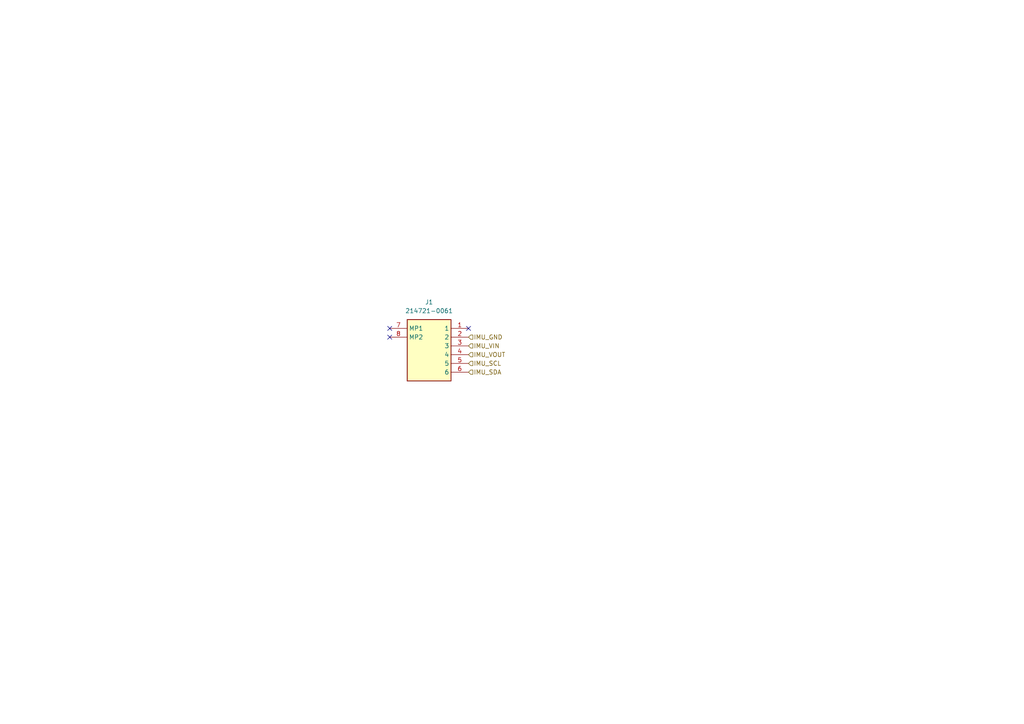
<source format=kicad_sch>
(kicad_sch (version 20231120) (generator "eeschema") (generator_version "8.0")
  (paper "A4")
  (lib_symbols
    (symbol "6_pos_connector:214721-0061"
      (property "Reference" "J" (at 19.05 7.62 0))
      (property "Value" "214721-0061" (at 19.05 5.08 0))
      (symbol "214721-0061_1_1"
        (rectangle (start 5.08 2.54) (end 17.78 -15.24) (stroke (width 0.254)) (fill (type background)))
        (pin passive line (at 22.86 0 180) (length 5.08) (name "1") (number "1"))
        (pin passive line (at 22.86 -2.54 180) (length 5.08) (name "2") (number "2"))
        (pin passive line (at 22.86 -5.08 180) (length 5.08) (name "3") (number "3"))
        (pin passive line (at 22.86 -7.62 180) (length 5.08) (name "4") (number "4"))
        (pin passive line (at 22.86 -10.16 180) (length 5.08) (name "5") (number "5"))
        (pin passive line (at 22.86 -12.7 180) (length 5.08) (name "6") (number "6"))
        (pin passive line (at 0 0 0) (length 5.08) (name "MP1") (number "7"))
        (pin passive line (at 0 -2.54 0) (length 5.08) (name "MP2") (number "8"))
      )
    )
  )
  (no_connect (at 113.03 97.79))
  (no_connect (at 113.03 95.25))
  (no_connect (at 135.89 95.25))
  (hierarchical_label "IMU_SDA" (shape input) (at 135.89 107.95 0))
  (hierarchical_label "IMU_SCL" (shape input) (at 135.89 105.41 0))
  (hierarchical_label "IMU_VOUT" (shape input) (at 135.89 102.87 0))
  (hierarchical_label "IMU_VIN" (shape input) (at 135.89 100.33 0))
  (hierarchical_label "IMU_GND" (shape input) (at 135.89 97.79 0))
  (symbol (lib_id "6_pos_connector:214721-0061") (at 113.03 95.25 0) (unit 1)
    (property "Reference" "J1" (at 124.46 87.63 0))
    (property "Value" "214721-0061" (at 124.46 90.17 0))
    (property "Footprint" "Fitolux:6_pos_connector" (effects (hide yes)))
    (property "Datasheet" "https://www.molex.com/en-us/products/part-detail/2147210061?display=pdf" (effects (hide yes)))
    (property "Description" "Zero-Hachi Header, 0.80mm Pitch, Single Row, Right-Angle, Surface Mount, Gold (Au) Plating, Friction Lock, 6 Circuits, Tape and Reel" (effects (hide yes)))
    (property "Height" "1.8" (effects (hide yes)))
    (property "Manufacturer_Name" "Molex" (effects (hide yes)))
    (property "Manufacturer_Part_Number" "214721-0061" (effects (hide yes)))
  )
)
</source>
